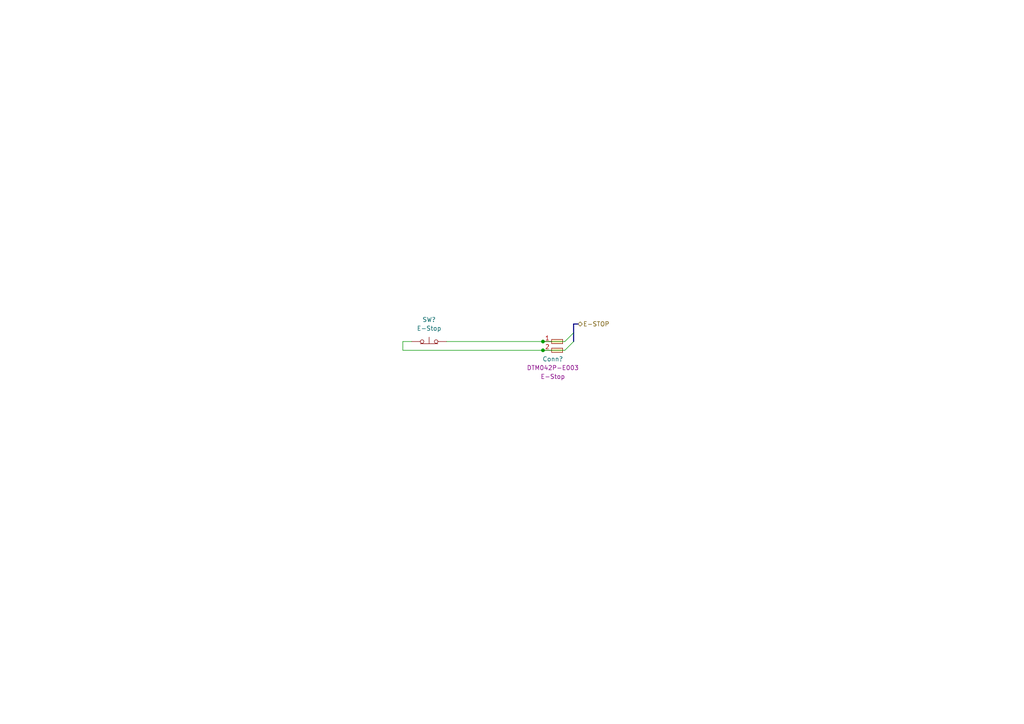
<source format=kicad_sch>
(kicad_sch (version 20230121) (generator eeschema)
  (paper "A4")
  (lib_symbols
    (symbol "Connectors_SUFST:Deutsch_DTM_2P_Pin"
      (property "Reference" "Conn" (at 0 -1.905 0))
      (property "P/N" "DTM042P-E003" (at 0 0 0))
      (symbol "Deutsch_DTM_2P_Pin_0_1"
        (polyline (pts (xy -0.635 -4.445) (xy 1.905 -4.445)))
      )
      (symbol "Deutsch_DTM_2P_Pin_1_1"
        (rectangle (start -3.81 -6.35) (end -0.635 -7.62) (fill (type color) (color 255 229 191 1)))
        (rectangle (start -3.81 -3.81) (end -0.635 -5.08) (fill (type color) (color 255 229 191 1)))
        (pin input line (at 1.905 -6.985 180) (length 2.54) (name "") (number "1"))
        (pin input line (at 1.905 -4.445 180) (length 2.54) (name "") (number "2"))
      )
    )
    (symbol "Switch:SW_Push_Open" (pin_numbers hide) (pin_names (offset 1.016) hide)
      (property "Reference" "SW" (at 0 2.54 0))
      (property "Value" "SW_Push_Open" (at 0 -1.905 0))
      (symbol "SW_Push_Open_0_1"
        (circle (center -2.032 0) (radius 0.508))
        (polyline (pts (xy -2.54 -0.635) (xy 2.54 -0.635)))
        (polyline (pts (xy 0 -0.635) (xy 0 1.27)))
        (circle (center 2.032 0) (radius 0.508))
        (pin passive line (at -5.08 0 0) (length 2.54) (name "A") (number "1"))
      )
      (symbol "SW_Push_Open_1_1"
        (pin passive line (at 5.08 0 180) (length 2.54) (name "B") (number "2"))
      )
    )
  )
  (junction (at 157.48 99.06))
  (junction (at 157.48 101.6))
  (bus_entry (at 163.83 101.6) (size 2.54 -2.54))
  (bus_entry (at 163.83 99.06) (size 2.54 -2.54))
  (bus (pts (xy 166.37 99.06) (xy 166.37 96.52)))
  (wire (pts (xy 157.48 99.06) (xy 163.83 99.06)))
  (wire (pts (xy 119.38 99.06) (xy 116.84 99.06)))
  (wire (pts (xy 116.84 101.6) (xy 157.48 101.6)))
  (wire (pts (xy 116.84 99.06) (xy 116.84 101.6)))
  (bus (pts (xy 166.37 96.52) (xy 166.37 93.98)))
  (wire (pts (xy 157.48 101.6) (xy 163.83 101.6)))
  (wire (pts (xy 129.54 99.06) (xy 157.48 99.06)))
  (bus (pts (xy 166.37 93.98) (xy 167.64 93.98)))
  (hierarchical_label "E-STOP" (shape bidirectional) (at 167.64 93.98 0))
  (symbol (lib_id "Switch:SW_Push_Open") (at 124.46 99.06 0) (unit 1)
    (property "Reference" "SW?" (at 124.46 92.71 0))
    (property "Value" "E-Stop" (at 124.46 95.25 0))
  )
  (symbol (lib_id "Connectors_SUFST:Deutsch_DTM_2P_Pin") (at 159.385 106.045 180) (unit 1)
    (property "Reference" "Conn?" (at 160.3375 104.14 0))
    (property "Value" "Deutsch_DTM_2P_Pin" (effects hide))
    (property "P/N" "DTM042P-E003" (at 160.3375 106.68 0))
    (property "Conn Name" "E-Stop" (at 160.3375 109.22 0))
  )
)
</source>
